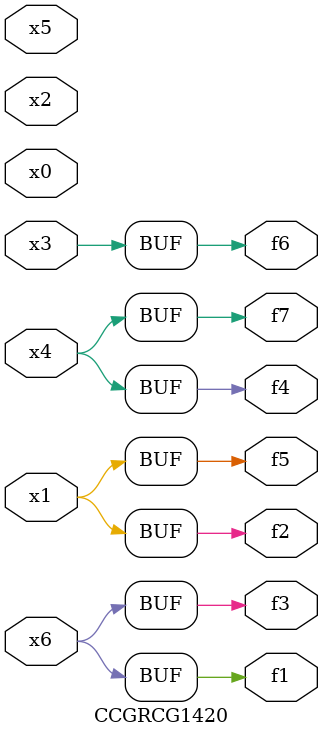
<source format=v>
module CCGRCG1420(
	input x0, x1, x2, x3, x4, x5, x6,
	output f1, f2, f3, f4, f5, f6, f7
);
	assign f1 = x6;
	assign f2 = x1;
	assign f3 = x6;
	assign f4 = x4;
	assign f5 = x1;
	assign f6 = x3;
	assign f7 = x4;
endmodule

</source>
